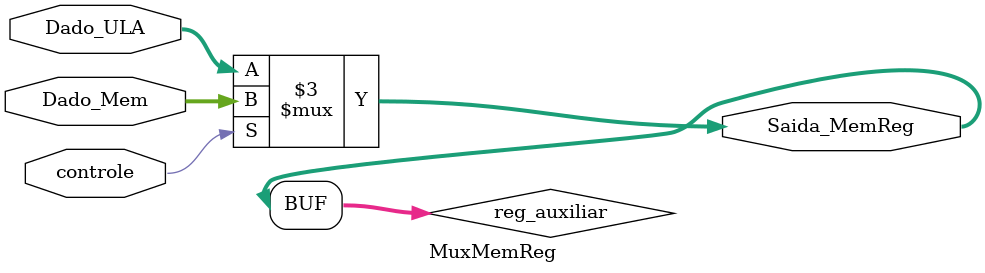
<source format=v>
module MuxMemReg(
    input[31:0] Dado_ULA, Dado_Mem,
    input controle,
    output[31:0] Saida_MemReg
);

    reg [31:0] reg_auxiliar;
    
    always @(*) begin
        if(controle) begin
            reg_auxiliar = Dado_Mem;
        end
        else begin
            reg_auxiliar = Dado_ULA;
        end

    end

    assign Saida_MemReg = reg_auxiliar;
	 
	 
endmodule

</source>
